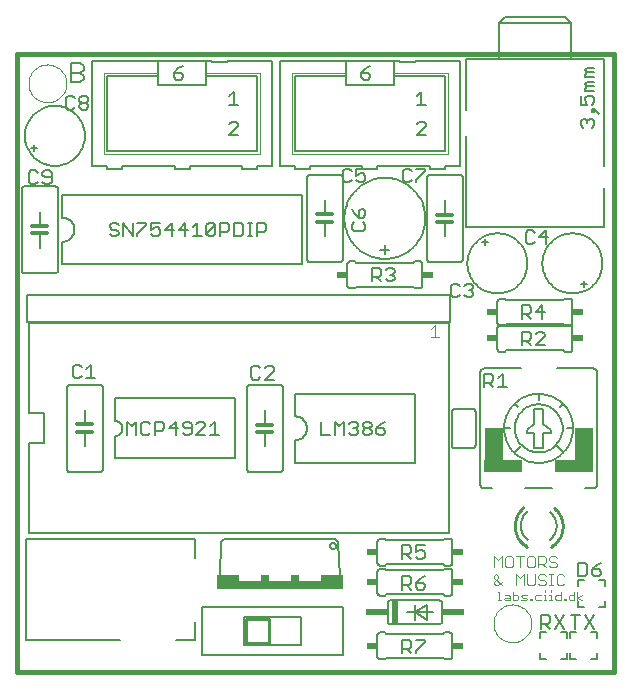
<source format=gto>
G75*
G70*
%OFA0B0*%
%FSLAX24Y24*%
%IPPOS*%
%LPD*%
%AMOC8*
5,1,8,0,0,1.08239X$1,22.5*
%
%ADD10C,0.0160*%
%ADD11C,0.0000*%
%ADD12C,0.0060*%
%ADD13C,0.0030*%
%ADD14R,0.0340X0.0240*%
%ADD15C,0.0050*%
%ADD16C,0.0120*%
%ADD17R,0.1250X0.0400*%
%ADD18R,0.0600X0.1050*%
%ADD19C,0.0080*%
%ADD20C,0.0100*%
%ADD21R,0.4200X0.0300*%
%ADD22R,0.0750X0.0200*%
%ADD23R,0.0300X0.0200*%
%ADD24C,0.0020*%
%ADD25R,0.0200X0.0800*%
D10*
X000970Y000595D02*
X000970Y021216D01*
X020840Y021216D01*
X020840Y000595D01*
X000970Y000595D01*
D11*
X016840Y002220D02*
X016842Y002270D01*
X016848Y002320D01*
X016858Y002369D01*
X016872Y002417D01*
X016889Y002464D01*
X016910Y002509D01*
X016935Y002553D01*
X016963Y002594D01*
X016995Y002633D01*
X017029Y002670D01*
X017066Y002704D01*
X017106Y002734D01*
X017148Y002761D01*
X017192Y002785D01*
X017238Y002806D01*
X017285Y002822D01*
X017333Y002835D01*
X017383Y002844D01*
X017432Y002849D01*
X017483Y002850D01*
X017533Y002847D01*
X017582Y002840D01*
X017631Y002829D01*
X017679Y002814D01*
X017725Y002796D01*
X017770Y002774D01*
X017813Y002748D01*
X017854Y002719D01*
X017893Y002687D01*
X017929Y002652D01*
X017961Y002614D01*
X017991Y002574D01*
X018018Y002531D01*
X018041Y002487D01*
X018060Y002441D01*
X018076Y002393D01*
X018088Y002344D01*
X018096Y002295D01*
X018100Y002245D01*
X018100Y002195D01*
X018096Y002145D01*
X018088Y002096D01*
X018076Y002047D01*
X018060Y001999D01*
X018041Y001953D01*
X018018Y001909D01*
X017991Y001866D01*
X017961Y001826D01*
X017929Y001788D01*
X017893Y001753D01*
X017854Y001721D01*
X017813Y001692D01*
X017770Y001666D01*
X017725Y001644D01*
X017679Y001626D01*
X017631Y001611D01*
X017582Y001600D01*
X017533Y001593D01*
X017483Y001590D01*
X017432Y001591D01*
X017383Y001596D01*
X017333Y001605D01*
X017285Y001618D01*
X017238Y001634D01*
X017192Y001655D01*
X017148Y001679D01*
X017106Y001706D01*
X017066Y001736D01*
X017029Y001770D01*
X016995Y001807D01*
X016963Y001846D01*
X016935Y001887D01*
X016910Y001931D01*
X016889Y001976D01*
X016872Y002023D01*
X016858Y002071D01*
X016848Y002120D01*
X016842Y002170D01*
X016840Y002220D01*
X001340Y020220D02*
X001342Y020270D01*
X001348Y020320D01*
X001358Y020369D01*
X001372Y020417D01*
X001389Y020464D01*
X001410Y020509D01*
X001435Y020553D01*
X001463Y020594D01*
X001495Y020633D01*
X001529Y020670D01*
X001566Y020704D01*
X001606Y020734D01*
X001648Y020761D01*
X001692Y020785D01*
X001738Y020806D01*
X001785Y020822D01*
X001833Y020835D01*
X001883Y020844D01*
X001932Y020849D01*
X001983Y020850D01*
X002033Y020847D01*
X002082Y020840D01*
X002131Y020829D01*
X002179Y020814D01*
X002225Y020796D01*
X002270Y020774D01*
X002313Y020748D01*
X002354Y020719D01*
X002393Y020687D01*
X002429Y020652D01*
X002461Y020614D01*
X002491Y020574D01*
X002518Y020531D01*
X002541Y020487D01*
X002560Y020441D01*
X002576Y020393D01*
X002588Y020344D01*
X002596Y020295D01*
X002600Y020245D01*
X002600Y020195D01*
X002596Y020145D01*
X002588Y020096D01*
X002576Y020047D01*
X002560Y019999D01*
X002541Y019953D01*
X002518Y019909D01*
X002491Y019866D01*
X002461Y019826D01*
X002429Y019788D01*
X002393Y019753D01*
X002354Y019721D01*
X002313Y019692D01*
X002270Y019666D01*
X002225Y019644D01*
X002179Y019626D01*
X002131Y019611D01*
X002082Y019600D01*
X002033Y019593D01*
X001983Y019590D01*
X001932Y019591D01*
X001883Y019596D01*
X001833Y019605D01*
X001785Y019618D01*
X001738Y019634D01*
X001692Y019655D01*
X001648Y019679D01*
X001606Y019706D01*
X001566Y019736D01*
X001529Y019770D01*
X001495Y019807D01*
X001463Y019846D01*
X001435Y019887D01*
X001410Y019931D01*
X001389Y019976D01*
X001372Y020023D01*
X001358Y020071D01*
X001348Y020120D01*
X001342Y020170D01*
X001340Y020220D01*
D12*
X002750Y020250D02*
X003070Y020250D01*
X003177Y020357D01*
X003177Y020464D01*
X003070Y020570D01*
X002750Y020570D01*
X002750Y020250D02*
X002750Y020891D01*
X003070Y020891D01*
X003177Y020784D01*
X003177Y020677D01*
X003070Y020570D01*
X003470Y020970D02*
X005670Y020970D01*
X005670Y020570D01*
X005670Y020470D01*
X003970Y020470D01*
X003970Y017970D01*
X008970Y017970D01*
X008970Y020470D01*
X007270Y020470D01*
X007270Y020570D01*
X007270Y020970D01*
X007470Y020970D01*
X007470Y020920D01*
X007970Y020920D01*
X007970Y020970D01*
X009470Y020970D01*
X009470Y017470D01*
X008970Y017470D01*
X008970Y017370D01*
X008470Y017370D01*
X008470Y017470D01*
X006720Y017470D01*
X006720Y017370D01*
X006220Y017370D01*
X006220Y017470D01*
X004470Y017470D01*
X004470Y017370D01*
X003970Y017370D01*
X003970Y017470D01*
X003470Y017470D01*
X003470Y020970D01*
X005670Y020970D02*
X007270Y020970D01*
X007270Y020470D02*
X007270Y020170D01*
X005670Y020170D01*
X005670Y020470D01*
X001220Y018470D02*
X001222Y018533D01*
X001228Y018595D01*
X001238Y018657D01*
X001251Y018719D01*
X001269Y018779D01*
X001290Y018838D01*
X001315Y018896D01*
X001344Y018952D01*
X001376Y019006D01*
X001411Y019058D01*
X001449Y019107D01*
X001491Y019155D01*
X001535Y019199D01*
X001583Y019241D01*
X001632Y019279D01*
X001684Y019314D01*
X001738Y019346D01*
X001794Y019375D01*
X001852Y019400D01*
X001911Y019421D01*
X001971Y019439D01*
X002033Y019452D01*
X002095Y019462D01*
X002157Y019468D01*
X002220Y019470D01*
X002283Y019468D01*
X002345Y019462D01*
X002407Y019452D01*
X002469Y019439D01*
X002529Y019421D01*
X002588Y019400D01*
X002646Y019375D01*
X002702Y019346D01*
X002756Y019314D01*
X002808Y019279D01*
X002857Y019241D01*
X002905Y019199D01*
X002949Y019155D01*
X002991Y019107D01*
X003029Y019058D01*
X003064Y019006D01*
X003096Y018952D01*
X003125Y018896D01*
X003150Y018838D01*
X003171Y018779D01*
X003189Y018719D01*
X003202Y018657D01*
X003212Y018595D01*
X003218Y018533D01*
X003220Y018470D01*
X003218Y018407D01*
X003212Y018345D01*
X003202Y018283D01*
X003189Y018221D01*
X003171Y018161D01*
X003150Y018102D01*
X003125Y018044D01*
X003096Y017988D01*
X003064Y017934D01*
X003029Y017882D01*
X002991Y017833D01*
X002949Y017785D01*
X002905Y017741D01*
X002857Y017699D01*
X002808Y017661D01*
X002756Y017626D01*
X002702Y017594D01*
X002646Y017565D01*
X002588Y017540D01*
X002529Y017519D01*
X002469Y017501D01*
X002407Y017488D01*
X002345Y017478D01*
X002283Y017472D01*
X002220Y017470D01*
X002157Y017472D01*
X002095Y017478D01*
X002033Y017488D01*
X001971Y017501D01*
X001911Y017519D01*
X001852Y017540D01*
X001794Y017565D01*
X001738Y017594D01*
X001684Y017626D01*
X001632Y017661D01*
X001583Y017699D01*
X001535Y017741D01*
X001491Y017785D01*
X001449Y017833D01*
X001411Y017882D01*
X001376Y017934D01*
X001344Y017988D01*
X001315Y018044D01*
X001290Y018102D01*
X001269Y018161D01*
X001251Y018221D01*
X001238Y018283D01*
X001228Y018345D01*
X001222Y018407D01*
X001220Y018470D01*
X001420Y018070D02*
X001620Y018070D01*
X001520Y017970D02*
X001520Y018170D01*
X001220Y016795D02*
X002220Y016795D01*
X002237Y016793D01*
X002254Y016789D01*
X002270Y016782D01*
X002284Y016772D01*
X002297Y016759D01*
X002307Y016745D01*
X002314Y016729D01*
X002318Y016712D01*
X002320Y016695D01*
X002320Y013995D01*
X002318Y013978D01*
X002314Y013961D01*
X002307Y013945D01*
X002297Y013931D01*
X002284Y013918D01*
X002270Y013908D01*
X002254Y013901D01*
X002237Y013897D01*
X002220Y013895D01*
X001220Y013895D01*
X001203Y013897D01*
X001186Y013901D01*
X001170Y013908D01*
X001156Y013918D01*
X001143Y013931D01*
X001133Y013945D01*
X001126Y013961D01*
X001122Y013978D01*
X001120Y013995D01*
X001120Y016695D01*
X001122Y016712D01*
X001126Y016729D01*
X001133Y016745D01*
X001143Y016759D01*
X001156Y016772D01*
X001170Y016782D01*
X001186Y016789D01*
X001203Y016793D01*
X001220Y016795D01*
X001720Y015945D02*
X001720Y015475D01*
X001720Y015225D02*
X001720Y014745D01*
X002470Y014945D02*
X002470Y014195D01*
X010470Y014195D01*
X010470Y016495D01*
X002470Y016495D01*
X002470Y015745D01*
X002509Y015743D01*
X002548Y015737D01*
X002586Y015728D01*
X002623Y015715D01*
X002659Y015698D01*
X002692Y015678D01*
X002724Y015654D01*
X002753Y015628D01*
X002779Y015599D01*
X002803Y015567D01*
X002823Y015534D01*
X002840Y015498D01*
X002853Y015461D01*
X002862Y015423D01*
X002868Y015384D01*
X002870Y015345D01*
X002868Y015306D01*
X002862Y015267D01*
X002853Y015229D01*
X002840Y015192D01*
X002823Y015156D01*
X002803Y015123D01*
X002779Y015091D01*
X002753Y015062D01*
X002724Y015036D01*
X002692Y015012D01*
X002659Y014992D01*
X002623Y014975D01*
X002586Y014962D01*
X002548Y014953D01*
X002509Y014947D01*
X002470Y014945D01*
X002720Y010170D02*
X003720Y010170D01*
X003737Y010168D01*
X003754Y010164D01*
X003770Y010157D01*
X003784Y010147D01*
X003797Y010134D01*
X003807Y010120D01*
X003814Y010104D01*
X003818Y010087D01*
X003820Y010070D01*
X003820Y007370D01*
X003818Y007353D01*
X003814Y007336D01*
X003807Y007320D01*
X003797Y007306D01*
X003784Y007293D01*
X003770Y007283D01*
X003754Y007276D01*
X003737Y007272D01*
X003720Y007270D01*
X002720Y007270D01*
X002703Y007272D01*
X002686Y007276D01*
X002670Y007283D01*
X002656Y007293D01*
X002643Y007306D01*
X002633Y007320D01*
X002626Y007336D01*
X002622Y007353D01*
X002620Y007370D01*
X002620Y010070D01*
X002622Y010087D01*
X002626Y010104D01*
X002633Y010120D01*
X002643Y010134D01*
X002656Y010147D01*
X002670Y010157D01*
X002686Y010164D01*
X002703Y010168D01*
X002720Y010170D01*
X003220Y009320D02*
X003220Y008850D01*
X003220Y008600D02*
X003220Y008120D01*
X004220Y008470D02*
X004220Y007720D01*
X008220Y007720D01*
X008220Y009720D01*
X004220Y009720D01*
X004220Y008970D01*
X004250Y008968D01*
X004280Y008963D01*
X004309Y008954D01*
X004336Y008941D01*
X004362Y008926D01*
X004386Y008907D01*
X004407Y008886D01*
X004426Y008862D01*
X004441Y008836D01*
X004454Y008809D01*
X004463Y008780D01*
X004468Y008750D01*
X004470Y008720D01*
X004468Y008690D01*
X004463Y008660D01*
X004454Y008631D01*
X004441Y008604D01*
X004426Y008578D01*
X004407Y008554D01*
X004386Y008533D01*
X004362Y008514D01*
X004336Y008499D01*
X004309Y008486D01*
X004280Y008477D01*
X004250Y008472D01*
X004220Y008470D01*
X008620Y007370D02*
X008620Y010070D01*
X008622Y010087D01*
X008626Y010104D01*
X008633Y010120D01*
X008643Y010134D01*
X008656Y010147D01*
X008670Y010157D01*
X008686Y010164D01*
X008703Y010168D01*
X008720Y010170D01*
X009720Y010170D01*
X009737Y010168D01*
X009754Y010164D01*
X009770Y010157D01*
X009784Y010147D01*
X009797Y010134D01*
X009807Y010120D01*
X009814Y010104D01*
X009818Y010087D01*
X009820Y010070D01*
X009820Y007370D01*
X009818Y007353D01*
X009814Y007336D01*
X009807Y007320D01*
X009797Y007306D01*
X009784Y007293D01*
X009770Y007283D01*
X009754Y007276D01*
X009737Y007272D01*
X009720Y007270D01*
X008720Y007270D01*
X008703Y007272D01*
X008686Y007276D01*
X008670Y007283D01*
X008656Y007293D01*
X008643Y007306D01*
X008633Y007320D01*
X008626Y007336D01*
X008622Y007353D01*
X008620Y007370D01*
X009220Y008120D02*
X009220Y008590D01*
X009220Y008840D02*
X009220Y009320D01*
X010220Y009120D02*
X010220Y009870D01*
X014220Y009870D01*
X014220Y007570D01*
X010220Y007570D01*
X010220Y008320D01*
X010259Y008322D01*
X010298Y008328D01*
X010336Y008337D01*
X010373Y008350D01*
X010409Y008367D01*
X010442Y008387D01*
X010474Y008411D01*
X010503Y008437D01*
X010529Y008466D01*
X010553Y008498D01*
X010573Y008531D01*
X010590Y008567D01*
X010603Y008604D01*
X010612Y008642D01*
X010618Y008681D01*
X010620Y008720D01*
X010618Y008759D01*
X010612Y008798D01*
X010603Y008836D01*
X010590Y008873D01*
X010573Y008909D01*
X010553Y008942D01*
X010529Y008974D01*
X010503Y009003D01*
X010474Y009029D01*
X010442Y009053D01*
X010409Y009073D01*
X010373Y009090D01*
X010336Y009103D01*
X010298Y009112D01*
X010259Y009118D01*
X010220Y009120D01*
X013070Y005045D02*
X013220Y005045D01*
X013270Y004995D01*
X015170Y004995D01*
X015220Y005045D01*
X015370Y005045D01*
X015387Y005043D01*
X015404Y005039D01*
X015420Y005032D01*
X015434Y005022D01*
X015447Y005009D01*
X015457Y004995D01*
X015464Y004979D01*
X015468Y004962D01*
X015470Y004945D01*
X015470Y004245D01*
X015468Y004228D01*
X015464Y004211D01*
X015457Y004195D01*
X015447Y004181D01*
X015434Y004168D01*
X015420Y004158D01*
X015404Y004151D01*
X015387Y004147D01*
X015370Y004145D01*
X015220Y004145D01*
X015170Y004195D01*
X013270Y004195D01*
X013220Y004145D01*
X013070Y004145D01*
X013053Y004147D01*
X013036Y004151D01*
X013020Y004158D01*
X013006Y004168D01*
X012993Y004181D01*
X012983Y004195D01*
X012976Y004211D01*
X012972Y004228D01*
X012970Y004245D01*
X012970Y004945D01*
X012972Y004962D01*
X012976Y004979D01*
X012983Y004995D01*
X012993Y005009D01*
X013006Y005022D01*
X013020Y005032D01*
X013036Y005039D01*
X013053Y005043D01*
X013070Y005045D01*
X013070Y004045D02*
X013220Y004045D01*
X013270Y003995D01*
X015170Y003995D01*
X015220Y004045D01*
X015370Y004045D01*
X015387Y004043D01*
X015404Y004039D01*
X015420Y004032D01*
X015434Y004022D01*
X015447Y004009D01*
X015457Y003995D01*
X015464Y003979D01*
X015468Y003962D01*
X015470Y003945D01*
X015470Y003245D01*
X015468Y003228D01*
X015464Y003211D01*
X015457Y003195D01*
X015447Y003181D01*
X015434Y003168D01*
X015420Y003158D01*
X015404Y003151D01*
X015387Y003147D01*
X015370Y003145D01*
X015220Y003145D01*
X015170Y003195D01*
X013270Y003195D01*
X013220Y003145D01*
X013070Y003145D01*
X013053Y003147D01*
X013036Y003151D01*
X013020Y003158D01*
X013006Y003168D01*
X012993Y003181D01*
X012983Y003195D01*
X012976Y003211D01*
X012972Y003228D01*
X012970Y003245D01*
X012970Y003945D01*
X012972Y003962D01*
X012976Y003979D01*
X012983Y003995D01*
X012993Y004009D01*
X013006Y004022D01*
X013020Y004032D01*
X013036Y004039D01*
X013053Y004043D01*
X013070Y004045D01*
X013420Y002995D02*
X015020Y002995D01*
X015037Y002993D01*
X015054Y002989D01*
X015070Y002982D01*
X015084Y002972D01*
X015097Y002959D01*
X015107Y002945D01*
X015114Y002929D01*
X015118Y002912D01*
X015120Y002895D01*
X015120Y002295D01*
X015118Y002278D01*
X015114Y002261D01*
X015107Y002245D01*
X015097Y002231D01*
X015084Y002218D01*
X015070Y002208D01*
X015054Y002201D01*
X015037Y002197D01*
X015020Y002195D01*
X013420Y002195D01*
X013403Y002197D01*
X013386Y002201D01*
X013370Y002208D01*
X013356Y002218D01*
X013343Y002231D01*
X013333Y002245D01*
X013326Y002261D01*
X013322Y002278D01*
X013320Y002295D01*
X013320Y002895D01*
X013322Y002912D01*
X013326Y002929D01*
X013333Y002945D01*
X013343Y002959D01*
X013356Y002972D01*
X013370Y002982D01*
X013386Y002989D01*
X013403Y002993D01*
X013420Y002995D01*
X013970Y002595D02*
X014220Y002595D01*
X014220Y002345D01*
X014220Y002595D02*
X014220Y002845D01*
X014220Y002595D02*
X014620Y002845D01*
X014620Y002345D01*
X014220Y002595D01*
X014820Y002595D01*
X015220Y001920D02*
X015370Y001920D01*
X015387Y001918D01*
X015404Y001914D01*
X015420Y001907D01*
X015434Y001897D01*
X015447Y001884D01*
X015457Y001870D01*
X015464Y001854D01*
X015468Y001837D01*
X015470Y001820D01*
X015470Y001120D01*
X015468Y001103D01*
X015464Y001086D01*
X015457Y001070D01*
X015447Y001056D01*
X015434Y001043D01*
X015420Y001033D01*
X015404Y001026D01*
X015387Y001022D01*
X015370Y001020D01*
X015220Y001020D01*
X015170Y001070D01*
X013270Y001070D01*
X013220Y001020D01*
X013070Y001020D01*
X013053Y001022D01*
X013036Y001026D01*
X013020Y001033D01*
X013006Y001043D01*
X012993Y001056D01*
X012983Y001070D01*
X012976Y001086D01*
X012972Y001103D01*
X012970Y001120D01*
X012970Y001820D01*
X012972Y001837D01*
X012976Y001854D01*
X012983Y001870D01*
X012993Y001884D01*
X013006Y001897D01*
X013020Y001907D01*
X013036Y001914D01*
X013053Y001918D01*
X013070Y001920D01*
X013220Y001920D01*
X013270Y001870D01*
X015170Y001870D01*
X015220Y001920D01*
X018395Y001920D02*
X018395Y001720D01*
X018395Y001920D02*
X018595Y001920D01*
X019095Y001920D02*
X019295Y001920D01*
X019295Y001720D01*
X019395Y001720D02*
X019395Y001920D01*
X019595Y001920D01*
X020095Y001920D02*
X020295Y001920D01*
X020295Y001720D01*
X020295Y001220D02*
X020295Y001020D01*
X020095Y001020D01*
X019595Y001020D02*
X019395Y001020D01*
X019395Y001220D01*
X019295Y001220D02*
X019295Y001020D01*
X019095Y001020D01*
X018595Y001020D02*
X018395Y001020D01*
X018395Y001220D01*
X019645Y002770D02*
X019845Y002770D01*
X019645Y002770D02*
X019645Y002970D01*
X019645Y003470D02*
X019645Y003670D01*
X019845Y003670D01*
X020345Y003670D02*
X020545Y003670D01*
X020545Y003470D01*
X020545Y002970D02*
X020545Y002770D01*
X020345Y002770D01*
X017745Y005470D02*
X017747Y005517D01*
X017753Y005565D01*
X017762Y005611D01*
X017775Y005657D01*
X017791Y005701D01*
X017812Y005745D01*
X017835Y005786D01*
X017861Y005825D01*
X017891Y005862D01*
X017924Y005897D01*
X017959Y005929D01*
X017996Y005958D01*
X018945Y005470D02*
X018943Y005425D01*
X018938Y005379D01*
X018930Y005335D01*
X018918Y005291D01*
X018902Y005248D01*
X018884Y005206D01*
X018862Y005166D01*
X018838Y005128D01*
X018811Y005092D01*
X018781Y005057D01*
X018748Y005026D01*
X018713Y004996D01*
X018945Y005470D02*
X018943Y005515D01*
X018938Y005561D01*
X018930Y005605D01*
X018918Y005649D01*
X018902Y005692D01*
X018884Y005734D01*
X018862Y005774D01*
X018838Y005812D01*
X018811Y005848D01*
X018781Y005883D01*
X018748Y005914D01*
X018713Y005944D01*
X017745Y005470D02*
X017747Y005424D01*
X017752Y005378D01*
X017761Y005332D01*
X017773Y005287D01*
X017789Y005244D01*
X017808Y005202D01*
X017831Y005161D01*
X017856Y005122D01*
X017884Y005086D01*
X017915Y005051D01*
X017949Y005019D01*
X017985Y004990D01*
X017895Y006720D02*
X018795Y006720D01*
X019895Y006720D02*
X020145Y006720D01*
X020168Y006722D01*
X020191Y006727D01*
X020213Y006736D01*
X020233Y006749D01*
X020251Y006764D01*
X020266Y006782D01*
X020279Y006802D01*
X020288Y006824D01*
X020293Y006847D01*
X020295Y006870D01*
X020295Y010570D01*
X020293Y010593D01*
X020288Y010616D01*
X020279Y010638D01*
X020266Y010658D01*
X020251Y010676D01*
X020233Y010691D01*
X020213Y010704D01*
X020191Y010713D01*
X020168Y010718D01*
X020145Y010720D01*
X018945Y010720D01*
X019220Y011270D02*
X019170Y011320D01*
X017270Y011320D01*
X017220Y011270D01*
X017070Y011270D01*
X017053Y011272D01*
X017036Y011276D01*
X017020Y011283D01*
X017006Y011293D01*
X016993Y011306D01*
X016983Y011320D01*
X016976Y011336D01*
X016972Y011353D01*
X016970Y011370D01*
X016970Y012070D01*
X016972Y012087D01*
X016976Y012104D01*
X016983Y012120D01*
X016993Y012134D01*
X017006Y012147D01*
X017020Y012157D01*
X017036Y012164D01*
X017053Y012168D01*
X017070Y012170D01*
X017220Y012170D01*
X017270Y012120D01*
X019170Y012120D01*
X019220Y012170D01*
X019370Y012170D01*
X019370Y012145D02*
X019220Y012145D01*
X019170Y012195D01*
X017270Y012195D01*
X017220Y012145D01*
X017070Y012145D01*
X017053Y012147D01*
X017036Y012151D01*
X017020Y012158D01*
X017006Y012168D01*
X016993Y012181D01*
X016983Y012195D01*
X016976Y012211D01*
X016972Y012228D01*
X016970Y012245D01*
X016970Y012945D01*
X016972Y012962D01*
X016976Y012979D01*
X016983Y012995D01*
X016993Y013009D01*
X017006Y013022D01*
X017020Y013032D01*
X017036Y013039D01*
X017053Y013043D01*
X017070Y013045D01*
X017220Y013045D01*
X017270Y012995D01*
X019170Y012995D01*
X019220Y013045D01*
X019370Y013045D01*
X019387Y013043D01*
X019404Y013039D01*
X019420Y013032D01*
X019434Y013022D01*
X019447Y013009D01*
X019457Y012995D01*
X019464Y012979D01*
X019468Y012962D01*
X019470Y012945D01*
X019470Y012245D01*
X019468Y012228D01*
X019464Y012211D01*
X019457Y012195D01*
X019447Y012181D01*
X019434Y012168D01*
X019420Y012158D01*
X019404Y012151D01*
X019387Y012147D01*
X019370Y012145D01*
X019370Y012170D02*
X019387Y012168D01*
X019404Y012164D01*
X019420Y012157D01*
X019434Y012147D01*
X019447Y012134D01*
X019457Y012120D01*
X019464Y012104D01*
X019468Y012087D01*
X019470Y012070D01*
X019470Y011370D01*
X019468Y011353D01*
X019464Y011336D01*
X019457Y011320D01*
X019447Y011306D01*
X019434Y011293D01*
X019420Y011283D01*
X019404Y011276D01*
X019387Y011272D01*
X019370Y011270D01*
X019220Y011270D01*
X018345Y009870D02*
X018345Y009670D01*
X018195Y009370D02*
X018495Y009370D01*
X018495Y008870D01*
X018745Y008670D01*
X018745Y008570D01*
X018495Y008570D01*
X018495Y008070D01*
X018195Y008070D01*
X018195Y008570D01*
X017945Y008570D01*
X017945Y008670D01*
X018195Y008870D01*
X018195Y009370D01*
X017645Y009420D02*
X017545Y009520D01*
X017395Y008720D02*
X017195Y008720D01*
X017745Y008120D02*
X017545Y007920D01*
X017195Y008720D02*
X017197Y008787D01*
X017203Y008855D01*
X017213Y008922D01*
X017227Y008988D01*
X017244Y009053D01*
X017266Y009117D01*
X017291Y009180D01*
X017320Y009241D01*
X017352Y009300D01*
X017388Y009357D01*
X017427Y009412D01*
X017469Y009465D01*
X017514Y009515D01*
X017562Y009562D01*
X017613Y009607D01*
X017666Y009648D01*
X017722Y009687D01*
X017780Y009722D01*
X017840Y009753D01*
X017901Y009781D01*
X017964Y009805D01*
X018028Y009826D01*
X018094Y009842D01*
X018160Y009855D01*
X018227Y009864D01*
X018294Y009869D01*
X018362Y009870D01*
X018429Y009867D01*
X018496Y009860D01*
X018563Y009849D01*
X018629Y009834D01*
X018694Y009816D01*
X018758Y009793D01*
X018820Y009767D01*
X018881Y009738D01*
X018939Y009704D01*
X018996Y009668D01*
X019051Y009628D01*
X019103Y009585D01*
X019152Y009539D01*
X019199Y009490D01*
X019243Y009439D01*
X019283Y009385D01*
X019321Y009329D01*
X019355Y009270D01*
X019385Y009210D01*
X019412Y009148D01*
X019436Y009085D01*
X019455Y009020D01*
X019471Y008955D01*
X019483Y008888D01*
X019491Y008821D01*
X019495Y008754D01*
X019495Y008686D01*
X019491Y008619D01*
X019483Y008552D01*
X019471Y008485D01*
X019455Y008420D01*
X019436Y008355D01*
X019412Y008292D01*
X019385Y008230D01*
X019355Y008170D01*
X019321Y008111D01*
X019283Y008055D01*
X019243Y008001D01*
X019199Y007950D01*
X019152Y007901D01*
X019103Y007855D01*
X019051Y007812D01*
X018996Y007772D01*
X018939Y007736D01*
X018881Y007702D01*
X018820Y007673D01*
X018758Y007647D01*
X018694Y007624D01*
X018629Y007606D01*
X018563Y007591D01*
X018496Y007580D01*
X018429Y007573D01*
X018362Y007570D01*
X018294Y007571D01*
X018227Y007576D01*
X018160Y007585D01*
X018094Y007598D01*
X018028Y007614D01*
X017964Y007635D01*
X017901Y007659D01*
X017840Y007687D01*
X017780Y007718D01*
X017722Y007753D01*
X017666Y007792D01*
X017613Y007833D01*
X017562Y007878D01*
X017514Y007925D01*
X017469Y007975D01*
X017427Y008028D01*
X017388Y008083D01*
X017352Y008140D01*
X017320Y008199D01*
X017291Y008260D01*
X017266Y008323D01*
X017244Y008387D01*
X017227Y008452D01*
X017213Y008518D01*
X017203Y008585D01*
X017197Y008653D01*
X017195Y008720D01*
X016245Y009270D02*
X016245Y008170D01*
X016243Y008153D01*
X016239Y008136D01*
X016232Y008120D01*
X016222Y008106D01*
X016209Y008093D01*
X016195Y008083D01*
X016179Y008076D01*
X016162Y008072D01*
X016145Y008070D01*
X015545Y008070D01*
X015528Y008072D01*
X015511Y008076D01*
X015495Y008083D01*
X015481Y008093D01*
X015468Y008106D01*
X015458Y008120D01*
X015451Y008136D01*
X015447Y008153D01*
X015445Y008170D01*
X015445Y009270D01*
X015447Y009287D01*
X015451Y009304D01*
X015458Y009320D01*
X015468Y009334D01*
X015481Y009347D01*
X015495Y009357D01*
X015511Y009364D01*
X015528Y009368D01*
X015545Y009370D01*
X016145Y009370D01*
X016162Y009368D01*
X016179Y009364D01*
X016195Y009357D01*
X016209Y009347D01*
X016222Y009334D01*
X016232Y009320D01*
X016239Y009304D01*
X016243Y009287D01*
X016245Y009270D01*
X016395Y010570D02*
X016395Y006870D01*
X016397Y006847D01*
X016402Y006824D01*
X016411Y006802D01*
X016424Y006782D01*
X016439Y006764D01*
X016457Y006749D01*
X016477Y006736D01*
X016499Y006727D01*
X016522Y006722D01*
X016545Y006720D01*
X016795Y006720D01*
X017545Y008720D02*
X017547Y008776D01*
X017553Y008833D01*
X017563Y008888D01*
X017577Y008943D01*
X017594Y008997D01*
X017616Y009049D01*
X017641Y009099D01*
X017669Y009148D01*
X017701Y009195D01*
X017736Y009239D01*
X017774Y009281D01*
X017815Y009320D01*
X017859Y009355D01*
X017905Y009388D01*
X017953Y009417D01*
X018003Y009443D01*
X018055Y009466D01*
X018109Y009484D01*
X018163Y009499D01*
X018218Y009510D01*
X018274Y009517D01*
X018331Y009520D01*
X018387Y009519D01*
X018444Y009514D01*
X018499Y009505D01*
X018554Y009492D01*
X018608Y009475D01*
X018661Y009455D01*
X018712Y009431D01*
X018761Y009403D01*
X018808Y009372D01*
X018853Y009338D01*
X018896Y009300D01*
X018935Y009260D01*
X018972Y009217D01*
X019005Y009172D01*
X019035Y009124D01*
X019062Y009074D01*
X019085Y009023D01*
X019105Y008970D01*
X019121Y008916D01*
X019133Y008860D01*
X019141Y008805D01*
X019145Y008748D01*
X019145Y008692D01*
X019141Y008635D01*
X019133Y008580D01*
X019121Y008524D01*
X019105Y008470D01*
X019085Y008417D01*
X019062Y008366D01*
X019035Y008316D01*
X019005Y008268D01*
X018972Y008223D01*
X018935Y008180D01*
X018896Y008140D01*
X018853Y008102D01*
X018808Y008068D01*
X018761Y008037D01*
X018712Y008009D01*
X018661Y007985D01*
X018608Y007965D01*
X018554Y007948D01*
X018499Y007935D01*
X018444Y007926D01*
X018387Y007921D01*
X018331Y007920D01*
X018274Y007923D01*
X018218Y007930D01*
X018163Y007941D01*
X018109Y007956D01*
X018055Y007974D01*
X018003Y007997D01*
X017953Y008023D01*
X017905Y008052D01*
X017859Y008085D01*
X017815Y008120D01*
X017774Y008159D01*
X017736Y008201D01*
X017701Y008245D01*
X017669Y008292D01*
X017641Y008341D01*
X017616Y008391D01*
X017594Y008443D01*
X017577Y008497D01*
X017563Y008552D01*
X017553Y008607D01*
X017547Y008664D01*
X017545Y008720D01*
X018945Y008120D02*
X019145Y007920D01*
X019295Y008720D02*
X019495Y008720D01*
X019045Y009420D02*
X019145Y009520D01*
X017745Y010720D02*
X016545Y010720D01*
X016522Y010718D01*
X016499Y010713D01*
X016477Y010704D01*
X016457Y010691D01*
X016439Y010676D01*
X016424Y010658D01*
X016411Y010638D01*
X016402Y010616D01*
X016397Y010593D01*
X016395Y010570D01*
X014370Y013395D02*
X014220Y013395D01*
X014170Y013445D01*
X012270Y013445D01*
X012220Y013395D01*
X012070Y013395D01*
X012053Y013397D01*
X012036Y013401D01*
X012020Y013408D01*
X012006Y013418D01*
X011993Y013431D01*
X011983Y013445D01*
X011976Y013461D01*
X011972Y013478D01*
X011970Y013495D01*
X011970Y014195D01*
X011972Y014212D01*
X011976Y014229D01*
X011983Y014245D01*
X011993Y014259D01*
X012006Y014272D01*
X012020Y014282D01*
X012036Y014289D01*
X012053Y014293D01*
X012070Y014295D01*
X012220Y014295D01*
X012270Y014245D01*
X014170Y014245D01*
X014220Y014295D01*
X014370Y014295D01*
X014387Y014293D01*
X014404Y014289D01*
X014420Y014282D01*
X014434Y014272D01*
X014447Y014259D01*
X014457Y014245D01*
X014464Y014229D01*
X014468Y014212D01*
X014470Y014195D01*
X014470Y013495D01*
X014468Y013478D01*
X014464Y013461D01*
X014457Y013445D01*
X014447Y013431D01*
X014434Y013418D01*
X014420Y013408D01*
X014404Y013401D01*
X014387Y013397D01*
X014370Y013395D01*
X014720Y014270D02*
X015720Y014270D01*
X015737Y014272D01*
X015754Y014276D01*
X015770Y014283D01*
X015784Y014293D01*
X015797Y014306D01*
X015807Y014320D01*
X015814Y014336D01*
X015818Y014353D01*
X015820Y014370D01*
X015820Y017070D01*
X015818Y017087D01*
X015814Y017104D01*
X015807Y017120D01*
X015797Y017134D01*
X015784Y017147D01*
X015770Y017157D01*
X015754Y017164D01*
X015737Y017168D01*
X015720Y017170D01*
X014720Y017170D01*
X014703Y017168D01*
X014686Y017164D01*
X014670Y017157D01*
X014656Y017147D01*
X014643Y017134D01*
X014633Y017120D01*
X014626Y017104D01*
X014622Y017087D01*
X014620Y017070D01*
X014620Y014370D01*
X014622Y014353D01*
X014626Y014336D01*
X014633Y014320D01*
X014643Y014306D01*
X014656Y014293D01*
X014670Y014283D01*
X014686Y014276D01*
X014703Y014272D01*
X014720Y014270D01*
X015220Y015120D02*
X015220Y015590D01*
X015220Y015840D02*
X015220Y016320D01*
X015920Y015420D02*
X015920Y018470D01*
X015920Y019320D02*
X015920Y021020D01*
X017020Y021020D01*
X019420Y021020D01*
X020520Y021020D01*
X020520Y017470D01*
X020520Y016720D02*
X020520Y015420D01*
X015920Y015420D01*
X016470Y014920D02*
X016670Y014920D01*
X016570Y014820D02*
X016570Y015020D01*
X015970Y014220D02*
X015972Y014283D01*
X015978Y014345D01*
X015988Y014407D01*
X016001Y014469D01*
X016019Y014529D01*
X016040Y014588D01*
X016065Y014646D01*
X016094Y014702D01*
X016126Y014756D01*
X016161Y014808D01*
X016199Y014857D01*
X016241Y014905D01*
X016285Y014949D01*
X016333Y014991D01*
X016382Y015029D01*
X016434Y015064D01*
X016488Y015096D01*
X016544Y015125D01*
X016602Y015150D01*
X016661Y015171D01*
X016721Y015189D01*
X016783Y015202D01*
X016845Y015212D01*
X016907Y015218D01*
X016970Y015220D01*
X017033Y015218D01*
X017095Y015212D01*
X017157Y015202D01*
X017219Y015189D01*
X017279Y015171D01*
X017338Y015150D01*
X017396Y015125D01*
X017452Y015096D01*
X017506Y015064D01*
X017558Y015029D01*
X017607Y014991D01*
X017655Y014949D01*
X017699Y014905D01*
X017741Y014857D01*
X017779Y014808D01*
X017814Y014756D01*
X017846Y014702D01*
X017875Y014646D01*
X017900Y014588D01*
X017921Y014529D01*
X017939Y014469D01*
X017952Y014407D01*
X017962Y014345D01*
X017968Y014283D01*
X017970Y014220D01*
X017968Y014157D01*
X017962Y014095D01*
X017952Y014033D01*
X017939Y013971D01*
X017921Y013911D01*
X017900Y013852D01*
X017875Y013794D01*
X017846Y013738D01*
X017814Y013684D01*
X017779Y013632D01*
X017741Y013583D01*
X017699Y013535D01*
X017655Y013491D01*
X017607Y013449D01*
X017558Y013411D01*
X017506Y013376D01*
X017452Y013344D01*
X017396Y013315D01*
X017338Y013290D01*
X017279Y013269D01*
X017219Y013251D01*
X017157Y013238D01*
X017095Y013228D01*
X017033Y013222D01*
X016970Y013220D01*
X016907Y013222D01*
X016845Y013228D01*
X016783Y013238D01*
X016721Y013251D01*
X016661Y013269D01*
X016602Y013290D01*
X016544Y013315D01*
X016488Y013344D01*
X016434Y013376D01*
X016382Y013411D01*
X016333Y013449D01*
X016285Y013491D01*
X016241Y013535D01*
X016199Y013583D01*
X016161Y013632D01*
X016126Y013684D01*
X016094Y013738D01*
X016065Y013794D01*
X016040Y013852D01*
X016019Y013911D01*
X016001Y013971D01*
X015988Y014033D01*
X015978Y014095D01*
X015972Y014157D01*
X015970Y014220D01*
X013370Y014670D02*
X013070Y014670D01*
X013220Y014520D02*
X013220Y014820D01*
X011870Y015720D02*
X011872Y015793D01*
X011878Y015866D01*
X011888Y015938D01*
X011902Y016010D01*
X011919Y016081D01*
X011941Y016151D01*
X011966Y016220D01*
X011995Y016287D01*
X012027Y016352D01*
X012063Y016416D01*
X012103Y016478D01*
X012145Y016537D01*
X012191Y016594D01*
X012240Y016648D01*
X012292Y016700D01*
X012346Y016749D01*
X012403Y016795D01*
X012462Y016837D01*
X012524Y016877D01*
X012588Y016913D01*
X012653Y016945D01*
X012720Y016974D01*
X012789Y016999D01*
X012859Y017021D01*
X012930Y017038D01*
X013002Y017052D01*
X013074Y017062D01*
X013147Y017068D01*
X013220Y017070D01*
X013293Y017068D01*
X013366Y017062D01*
X013438Y017052D01*
X013510Y017038D01*
X013581Y017021D01*
X013651Y016999D01*
X013720Y016974D01*
X013787Y016945D01*
X013852Y016913D01*
X013916Y016877D01*
X013978Y016837D01*
X014037Y016795D01*
X014094Y016749D01*
X014148Y016700D01*
X014200Y016648D01*
X014249Y016594D01*
X014295Y016537D01*
X014337Y016478D01*
X014377Y016416D01*
X014413Y016352D01*
X014445Y016287D01*
X014474Y016220D01*
X014499Y016151D01*
X014521Y016081D01*
X014538Y016010D01*
X014552Y015938D01*
X014562Y015866D01*
X014568Y015793D01*
X014570Y015720D01*
X014568Y015647D01*
X014562Y015574D01*
X014552Y015502D01*
X014538Y015430D01*
X014521Y015359D01*
X014499Y015289D01*
X014474Y015220D01*
X014445Y015153D01*
X014413Y015088D01*
X014377Y015024D01*
X014337Y014962D01*
X014295Y014903D01*
X014249Y014846D01*
X014200Y014792D01*
X014148Y014740D01*
X014094Y014691D01*
X014037Y014645D01*
X013978Y014603D01*
X013916Y014563D01*
X013852Y014527D01*
X013787Y014495D01*
X013720Y014466D01*
X013651Y014441D01*
X013581Y014419D01*
X013510Y014402D01*
X013438Y014388D01*
X013366Y014378D01*
X013293Y014372D01*
X013220Y014370D01*
X013147Y014372D01*
X013074Y014378D01*
X013002Y014388D01*
X012930Y014402D01*
X012859Y014419D01*
X012789Y014441D01*
X012720Y014466D01*
X012653Y014495D01*
X012588Y014527D01*
X012524Y014563D01*
X012462Y014603D01*
X012403Y014645D01*
X012346Y014691D01*
X012292Y014740D01*
X012240Y014792D01*
X012191Y014846D01*
X012145Y014903D01*
X012103Y014962D01*
X012063Y015024D01*
X012027Y015088D01*
X011995Y015153D01*
X011966Y015220D01*
X011941Y015289D01*
X011919Y015359D01*
X011902Y015430D01*
X011888Y015502D01*
X011878Y015574D01*
X011872Y015647D01*
X011870Y015720D01*
X011220Y015600D02*
X011220Y015120D01*
X011220Y015850D02*
X011220Y016320D01*
X010620Y017070D02*
X010622Y017087D01*
X010626Y017104D01*
X010633Y017120D01*
X010643Y017134D01*
X010656Y017147D01*
X010670Y017157D01*
X010686Y017164D01*
X010703Y017168D01*
X010720Y017170D01*
X011720Y017170D01*
X011737Y017168D01*
X011754Y017164D01*
X011770Y017157D01*
X011784Y017147D01*
X011797Y017134D01*
X011807Y017120D01*
X011814Y017104D01*
X011818Y017087D01*
X011820Y017070D01*
X011820Y014370D01*
X011818Y014353D01*
X011814Y014336D01*
X011807Y014320D01*
X011797Y014306D01*
X011784Y014293D01*
X011770Y014283D01*
X011754Y014276D01*
X011737Y014272D01*
X011720Y014270D01*
X010720Y014270D01*
X010703Y014272D01*
X010686Y014276D01*
X010670Y014283D01*
X010656Y014293D01*
X010643Y014306D01*
X010633Y014320D01*
X010626Y014336D01*
X010622Y014353D01*
X010620Y014370D01*
X010620Y017070D01*
X010720Y017370D02*
X010220Y017370D01*
X010220Y017470D01*
X009720Y017470D01*
X009720Y020970D01*
X011920Y020970D01*
X011920Y020570D01*
X011920Y020470D01*
X010220Y020470D01*
X010220Y017970D01*
X015220Y017970D01*
X015220Y020470D01*
X013520Y020470D01*
X013520Y020570D01*
X013520Y020970D01*
X013720Y020970D01*
X013720Y020920D01*
X014220Y020920D01*
X014220Y020970D01*
X015720Y020970D01*
X015720Y017470D01*
X015220Y017470D01*
X015220Y017370D01*
X014720Y017370D01*
X014720Y017470D01*
X012970Y017470D01*
X012970Y017370D01*
X012470Y017370D01*
X012470Y017470D01*
X010720Y017470D01*
X010720Y017370D01*
X011920Y020170D02*
X013520Y020170D01*
X013520Y020470D01*
X013520Y020970D02*
X011920Y020970D01*
X011920Y020470D02*
X011920Y020170D01*
X017020Y021020D02*
X017020Y022220D01*
X019420Y022220D01*
X019220Y022420D01*
X017220Y022420D01*
X017020Y022220D01*
X019420Y022220D02*
X019420Y021020D01*
X018470Y014220D02*
X018472Y014283D01*
X018478Y014345D01*
X018488Y014407D01*
X018501Y014469D01*
X018519Y014529D01*
X018540Y014588D01*
X018565Y014646D01*
X018594Y014702D01*
X018626Y014756D01*
X018661Y014808D01*
X018699Y014857D01*
X018741Y014905D01*
X018785Y014949D01*
X018833Y014991D01*
X018882Y015029D01*
X018934Y015064D01*
X018988Y015096D01*
X019044Y015125D01*
X019102Y015150D01*
X019161Y015171D01*
X019221Y015189D01*
X019283Y015202D01*
X019345Y015212D01*
X019407Y015218D01*
X019470Y015220D01*
X019533Y015218D01*
X019595Y015212D01*
X019657Y015202D01*
X019719Y015189D01*
X019779Y015171D01*
X019838Y015150D01*
X019896Y015125D01*
X019952Y015096D01*
X020006Y015064D01*
X020058Y015029D01*
X020107Y014991D01*
X020155Y014949D01*
X020199Y014905D01*
X020241Y014857D01*
X020279Y014808D01*
X020314Y014756D01*
X020346Y014702D01*
X020375Y014646D01*
X020400Y014588D01*
X020421Y014529D01*
X020439Y014469D01*
X020452Y014407D01*
X020462Y014345D01*
X020468Y014283D01*
X020470Y014220D01*
X020468Y014157D01*
X020462Y014095D01*
X020452Y014033D01*
X020439Y013971D01*
X020421Y013911D01*
X020400Y013852D01*
X020375Y013794D01*
X020346Y013738D01*
X020314Y013684D01*
X020279Y013632D01*
X020241Y013583D01*
X020199Y013535D01*
X020155Y013491D01*
X020107Y013449D01*
X020058Y013411D01*
X020006Y013376D01*
X019952Y013344D01*
X019896Y013315D01*
X019838Y013290D01*
X019779Y013269D01*
X019719Y013251D01*
X019657Y013238D01*
X019595Y013228D01*
X019533Y013222D01*
X019470Y013220D01*
X019407Y013222D01*
X019345Y013228D01*
X019283Y013238D01*
X019221Y013251D01*
X019161Y013269D01*
X019102Y013290D01*
X019044Y013315D01*
X018988Y013344D01*
X018934Y013376D01*
X018882Y013411D01*
X018833Y013449D01*
X018785Y013491D01*
X018741Y013535D01*
X018699Y013583D01*
X018661Y013632D01*
X018626Y013684D01*
X018594Y013738D01*
X018565Y013794D01*
X018540Y013852D01*
X018519Y013911D01*
X018501Y013971D01*
X018488Y014033D01*
X018478Y014095D01*
X018472Y014157D01*
X018470Y014220D01*
X019770Y013520D02*
X019970Y013520D01*
X019870Y013620D02*
X019870Y013420D01*
X011832Y002757D02*
X007108Y002757D01*
X007108Y001183D01*
X011832Y001183D01*
X011832Y002757D01*
X010415Y002442D02*
X010415Y001498D01*
X008525Y001498D01*
X008525Y002442D01*
X010415Y002442D01*
D13*
X016860Y003547D02*
X016860Y003608D01*
X016983Y003732D01*
X016983Y003794D01*
X016922Y003855D01*
X016860Y003794D01*
X016860Y003732D01*
X017107Y003485D01*
X017107Y003608D02*
X016983Y003485D01*
X016922Y003485D01*
X016860Y003547D01*
X016985Y003275D02*
X017033Y003275D01*
X017033Y002985D01*
X016985Y002985D02*
X017082Y002985D01*
X017181Y003033D02*
X017230Y003082D01*
X017375Y003082D01*
X017375Y003130D02*
X017375Y002985D01*
X017230Y002985D01*
X017181Y003033D01*
X017230Y003178D02*
X017327Y003178D01*
X017375Y003130D01*
X017476Y003178D02*
X017621Y003178D01*
X017670Y003130D01*
X017670Y003033D01*
X017621Y002985D01*
X017476Y002985D01*
X017476Y003275D01*
X017597Y003485D02*
X017597Y003855D01*
X017720Y003732D01*
X017844Y003855D01*
X017844Y003485D01*
X017965Y003547D02*
X018027Y003485D01*
X018150Y003485D01*
X018212Y003547D01*
X018212Y003855D01*
X018333Y003794D02*
X018333Y003732D01*
X018395Y003670D01*
X018518Y003670D01*
X018580Y003608D01*
X018580Y003547D01*
X018518Y003485D01*
X018395Y003485D01*
X018333Y003547D01*
X018333Y003794D02*
X018395Y003855D01*
X018518Y003855D01*
X018580Y003794D01*
X018702Y003855D02*
X018825Y003855D01*
X018763Y003855D02*
X018763Y003485D01*
X018702Y003485D02*
X018825Y003485D01*
X018947Y003547D02*
X018947Y003794D01*
X019009Y003855D01*
X019132Y003855D01*
X019194Y003794D01*
X019194Y003547D02*
X019132Y003485D01*
X019009Y003485D01*
X018947Y003547D01*
X018752Y003324D02*
X018752Y003275D01*
X018752Y003178D02*
X018752Y002985D01*
X018704Y002985D02*
X018801Y002985D01*
X018900Y003033D02*
X018900Y003130D01*
X018949Y003178D01*
X019094Y003178D01*
X019094Y003275D02*
X019094Y002985D01*
X018949Y002985D01*
X018900Y003033D01*
X018752Y003178D02*
X018704Y003178D01*
X018556Y003178D02*
X018556Y002985D01*
X018604Y002985D02*
X018507Y002985D01*
X018406Y002985D02*
X018261Y002985D01*
X018213Y003033D01*
X018213Y003130D01*
X018261Y003178D01*
X018406Y003178D01*
X018507Y003178D02*
X018556Y003178D01*
X018556Y003275D02*
X018556Y003324D01*
X018114Y003033D02*
X018114Y002985D01*
X018065Y002985D01*
X018065Y003033D01*
X018114Y003033D01*
X017964Y003033D02*
X017916Y003082D01*
X017819Y003082D01*
X017771Y003130D01*
X017819Y003178D01*
X017964Y003178D01*
X017964Y003033D02*
X017916Y002985D01*
X017771Y002985D01*
X017965Y003547D02*
X017965Y003855D01*
X018027Y004085D02*
X017965Y004147D01*
X017965Y004394D01*
X018027Y004455D01*
X018150Y004455D01*
X018212Y004394D01*
X018212Y004147D01*
X018150Y004085D01*
X018027Y004085D01*
X018333Y004085D02*
X018333Y004455D01*
X018518Y004455D01*
X018580Y004394D01*
X018580Y004270D01*
X018518Y004208D01*
X018333Y004208D01*
X018457Y004208D02*
X018580Y004085D01*
X018702Y004147D02*
X018763Y004085D01*
X018887Y004085D01*
X018948Y004147D01*
X018948Y004208D01*
X018887Y004270D01*
X018763Y004270D01*
X018702Y004332D01*
X018702Y004394D01*
X018763Y004455D01*
X018887Y004455D01*
X018948Y004394D01*
X017844Y004455D02*
X017597Y004455D01*
X017720Y004455D02*
X017720Y004085D01*
X017475Y004147D02*
X017475Y004394D01*
X017413Y004455D01*
X017290Y004455D01*
X017228Y004394D01*
X017228Y004147D01*
X017290Y004085D01*
X017413Y004085D01*
X017475Y004147D01*
X017107Y004085D02*
X017107Y004455D01*
X016983Y004332D01*
X016860Y004455D01*
X016860Y004085D01*
X019195Y003033D02*
X019243Y003033D01*
X019243Y002985D01*
X019195Y002985D01*
X019195Y003033D01*
X019342Y003033D02*
X019342Y003130D01*
X019391Y003178D01*
X019536Y003178D01*
X019536Y003275D02*
X019536Y002985D01*
X019391Y002985D01*
X019342Y003033D01*
X019637Y002985D02*
X019637Y003275D01*
X019782Y003178D02*
X019637Y003082D01*
X019782Y002985D01*
X015027Y011752D02*
X014758Y011752D01*
X014893Y011752D02*
X014893Y012155D01*
X014758Y012020D01*
D14*
X014640Y013845D03*
X016800Y012595D03*
X016800Y011720D03*
X019640Y011720D03*
X019640Y012595D03*
X015640Y004595D03*
X015640Y003595D03*
X015640Y001470D03*
X012800Y001470D03*
X012800Y003595D03*
X012800Y004595D03*
X011800Y013845D03*
D15*
X012785Y013770D02*
X013010Y013770D01*
X013085Y013845D01*
X013085Y013995D01*
X013010Y014070D01*
X012785Y014070D01*
X012785Y013620D01*
X012935Y013770D02*
X013085Y013620D01*
X013245Y013695D02*
X013320Y013620D01*
X013470Y013620D01*
X013545Y013695D01*
X013545Y013770D01*
X013470Y013845D01*
X013395Y013845D01*
X013470Y013845D02*
X013545Y013920D01*
X013545Y013995D01*
X013470Y014070D01*
X013320Y014070D01*
X013245Y013995D01*
X012495Y015285D02*
X012195Y015285D01*
X012120Y015360D01*
X012120Y015510D01*
X012195Y015585D01*
X012345Y015745D02*
X012195Y015895D01*
X012120Y016045D01*
X012345Y015970D02*
X012345Y015745D01*
X012495Y015745D01*
X012570Y015820D01*
X012570Y015970D01*
X012495Y016045D01*
X012420Y016045D01*
X012345Y015970D01*
X012495Y015585D02*
X012570Y015510D01*
X012570Y015360D01*
X012495Y015285D01*
X012495Y016920D02*
X012345Y016920D01*
X012270Y016995D01*
X012270Y017145D02*
X012420Y017220D01*
X012495Y017220D01*
X012570Y017145D01*
X012570Y016995D01*
X012495Y016920D01*
X012270Y017145D02*
X012270Y017370D01*
X012570Y017370D01*
X012110Y017295D02*
X012035Y017370D01*
X011885Y017370D01*
X011810Y017295D01*
X011810Y016995D01*
X011885Y016920D01*
X012035Y016920D01*
X012110Y016995D01*
X013810Y016995D02*
X013885Y016920D01*
X014035Y016920D01*
X014110Y016995D01*
X014270Y016995D02*
X014270Y016920D01*
X014270Y016995D02*
X014570Y017295D01*
X014570Y017370D01*
X014270Y017370D01*
X014110Y017295D02*
X014035Y017370D01*
X013885Y017370D01*
X013810Y017295D01*
X013810Y016995D01*
X014285Y018495D02*
X014585Y018795D01*
X014585Y018870D01*
X014510Y018945D01*
X014360Y018945D01*
X014285Y018870D01*
X014285Y018495D02*
X014585Y018495D01*
X014585Y019495D02*
X014285Y019495D01*
X014435Y019495D02*
X014435Y019945D01*
X014285Y019795D01*
X012735Y020420D02*
X012735Y020495D01*
X012660Y020570D01*
X012435Y020570D01*
X012435Y020420D01*
X012510Y020345D01*
X012660Y020345D01*
X012735Y020420D01*
X012585Y020720D02*
X012435Y020570D01*
X012585Y020720D02*
X012735Y020795D01*
X008335Y019495D02*
X008035Y019495D01*
X008185Y019495D02*
X008185Y019945D01*
X008035Y019795D01*
X008110Y018945D02*
X008035Y018870D01*
X008110Y018945D02*
X008260Y018945D01*
X008335Y018870D01*
X008335Y018795D01*
X008035Y018495D01*
X008335Y018495D01*
X006485Y020420D02*
X006485Y020495D01*
X006410Y020570D01*
X006185Y020570D01*
X006185Y020420D01*
X006260Y020345D01*
X006410Y020345D01*
X006485Y020420D01*
X006335Y020720D02*
X006185Y020570D01*
X006335Y020720D02*
X006485Y020795D01*
X003335Y019720D02*
X003335Y019645D01*
X003260Y019570D01*
X003110Y019570D01*
X003035Y019645D01*
X003035Y019720D01*
X003110Y019795D01*
X003260Y019795D01*
X003335Y019720D01*
X003260Y019570D02*
X003335Y019495D01*
X003335Y019420D01*
X003260Y019345D01*
X003110Y019345D01*
X003035Y019420D01*
X003035Y019495D01*
X003110Y019570D01*
X002874Y019420D02*
X002799Y019345D01*
X002649Y019345D01*
X002574Y019420D01*
X002574Y019720D01*
X002649Y019795D01*
X002799Y019795D01*
X002874Y019720D01*
X002031Y017320D02*
X001880Y017320D01*
X001805Y017245D01*
X001805Y017170D01*
X001880Y017095D01*
X002106Y017095D01*
X002106Y016945D02*
X002106Y017245D01*
X002031Y017320D01*
X002106Y016945D02*
X002031Y016870D01*
X001880Y016870D01*
X001805Y016945D01*
X001645Y016945D02*
X001570Y016870D01*
X001420Y016870D01*
X001345Y016945D01*
X001345Y017245D01*
X001420Y017320D01*
X001570Y017320D01*
X001645Y017245D01*
X004045Y015495D02*
X004045Y015420D01*
X004120Y015345D01*
X004270Y015345D01*
X004345Y015270D01*
X004345Y015195D01*
X004270Y015120D01*
X004120Y015120D01*
X004045Y015195D01*
X004045Y015495D02*
X004120Y015570D01*
X004270Y015570D01*
X004345Y015495D01*
X004505Y015570D02*
X004505Y015120D01*
X004806Y015120D02*
X004806Y015570D01*
X004966Y015570D02*
X005266Y015570D01*
X005266Y015495D01*
X004966Y015195D01*
X004966Y015120D01*
X004806Y015120D02*
X004505Y015570D01*
X005426Y015570D02*
X005426Y015345D01*
X005576Y015420D01*
X005651Y015420D01*
X005726Y015345D01*
X005726Y015195D01*
X005651Y015120D01*
X005501Y015120D01*
X005426Y015195D01*
X005426Y015570D02*
X005726Y015570D01*
X005887Y015345D02*
X006187Y015345D01*
X006347Y015345D02*
X006647Y015345D01*
X006807Y015420D02*
X006957Y015570D01*
X006957Y015120D01*
X006807Y015120D02*
X007108Y015120D01*
X007268Y015195D02*
X007268Y015495D01*
X007343Y015570D01*
X007493Y015570D01*
X007568Y015495D01*
X007268Y015195D01*
X007343Y015120D01*
X007493Y015120D01*
X007568Y015195D01*
X007568Y015495D01*
X007728Y015570D02*
X007728Y015120D01*
X007728Y015270D02*
X007953Y015270D01*
X008028Y015345D01*
X008028Y015495D01*
X007953Y015570D01*
X007728Y015570D01*
X008189Y015570D02*
X008189Y015120D01*
X008414Y015120D01*
X008489Y015195D01*
X008489Y015495D01*
X008414Y015570D01*
X008189Y015570D01*
X008649Y015570D02*
X008799Y015570D01*
X008724Y015570D02*
X008724Y015120D01*
X008649Y015120D02*
X008799Y015120D01*
X008956Y015120D02*
X008956Y015570D01*
X009181Y015570D01*
X009256Y015495D01*
X009256Y015345D01*
X009181Y015270D01*
X008956Y015270D01*
X006572Y015120D02*
X006572Y015570D01*
X006347Y015345D01*
X006112Y015120D02*
X006112Y015570D01*
X005887Y015345D01*
X003420Y010845D02*
X003420Y010395D01*
X003270Y010395D02*
X003570Y010395D01*
X003270Y010695D02*
X003420Y010845D01*
X003110Y010770D02*
X003035Y010845D01*
X002885Y010845D01*
X002810Y010770D01*
X002810Y010470D01*
X002885Y010395D01*
X003035Y010395D01*
X003110Y010470D01*
X004634Y008945D02*
X004784Y008795D01*
X004934Y008945D01*
X004934Y008495D01*
X005094Y008570D02*
X005169Y008495D01*
X005319Y008495D01*
X005394Y008570D01*
X005554Y008495D02*
X005554Y008945D01*
X005780Y008945D01*
X005855Y008870D01*
X005855Y008720D01*
X005780Y008645D01*
X005554Y008645D01*
X005394Y008870D02*
X005319Y008945D01*
X005169Y008945D01*
X005094Y008870D01*
X005094Y008570D01*
X004634Y008495D02*
X004634Y008945D01*
X006015Y008720D02*
X006315Y008720D01*
X006475Y008795D02*
X006550Y008720D01*
X006775Y008720D01*
X006775Y008570D02*
X006775Y008870D01*
X006700Y008945D01*
X006550Y008945D01*
X006475Y008870D01*
X006475Y008795D01*
X006475Y008570D02*
X006550Y008495D01*
X006700Y008495D01*
X006775Y008570D01*
X006936Y008495D02*
X007236Y008795D01*
X007236Y008870D01*
X007161Y008945D01*
X007011Y008945D01*
X006936Y008870D01*
X006936Y008495D02*
X007236Y008495D01*
X007396Y008495D02*
X007696Y008495D01*
X007546Y008495D02*
X007546Y008945D01*
X007396Y008795D01*
X006240Y008945D02*
X006240Y008495D01*
X006015Y008720D02*
X006240Y008945D01*
X008760Y010420D02*
X008835Y010345D01*
X008985Y010345D01*
X009060Y010420D01*
X009220Y010345D02*
X009520Y010645D01*
X009520Y010720D01*
X009445Y010795D01*
X009295Y010795D01*
X009220Y010720D01*
X009060Y010720D02*
X008985Y010795D01*
X008835Y010795D01*
X008760Y010720D01*
X008760Y010420D01*
X009220Y010345D02*
X009520Y010345D01*
X011094Y008945D02*
X011094Y008495D01*
X011394Y008495D01*
X011554Y008495D02*
X011554Y008945D01*
X011705Y008795D01*
X011855Y008945D01*
X011855Y008495D01*
X012015Y008570D02*
X012090Y008495D01*
X012240Y008495D01*
X012315Y008570D01*
X012315Y008645D01*
X012240Y008720D01*
X012165Y008720D01*
X012240Y008720D02*
X012315Y008795D01*
X012315Y008870D01*
X012240Y008945D01*
X012090Y008945D01*
X012015Y008870D01*
X012475Y008870D02*
X012475Y008795D01*
X012550Y008720D01*
X012700Y008720D01*
X012775Y008645D01*
X012775Y008570D01*
X012700Y008495D01*
X012550Y008495D01*
X012475Y008570D01*
X012475Y008645D01*
X012550Y008720D01*
X012700Y008720D02*
X012775Y008795D01*
X012775Y008870D01*
X012700Y008945D01*
X012550Y008945D01*
X012475Y008870D01*
X012936Y008720D02*
X013161Y008720D01*
X013236Y008645D01*
X013236Y008570D01*
X013161Y008495D01*
X013011Y008495D01*
X012936Y008570D01*
X012936Y008720D01*
X013086Y008870D01*
X013236Y008945D01*
X016535Y010095D02*
X016535Y010545D01*
X016760Y010545D01*
X016835Y010470D01*
X016835Y010320D01*
X016760Y010245D01*
X016535Y010245D01*
X016685Y010245D02*
X016835Y010095D01*
X016995Y010095D02*
X017295Y010095D01*
X017145Y010095D02*
X017145Y010545D01*
X016995Y010395D01*
X017785Y011495D02*
X017785Y011945D01*
X018010Y011945D01*
X018085Y011870D01*
X018085Y011720D01*
X018010Y011645D01*
X017785Y011645D01*
X017935Y011645D02*
X018085Y011495D01*
X018245Y011495D02*
X018545Y011795D01*
X018545Y011870D01*
X018470Y011945D01*
X018320Y011945D01*
X018245Y011870D01*
X018245Y011495D02*
X018545Y011495D01*
X018470Y012370D02*
X018470Y012820D01*
X018245Y012595D01*
X018545Y012595D01*
X018085Y012595D02*
X018010Y012520D01*
X017785Y012520D01*
X017935Y012520D02*
X018085Y012370D01*
X018085Y012595D02*
X018085Y012745D01*
X018010Y012820D01*
X017785Y012820D01*
X017785Y012370D01*
X016170Y013170D02*
X016095Y013095D01*
X015945Y013095D01*
X015870Y013170D01*
X015710Y013170D02*
X015635Y013095D01*
X015485Y013095D01*
X015410Y013170D01*
X015410Y013470D01*
X015485Y013545D01*
X015635Y013545D01*
X015710Y013470D01*
X015870Y013470D02*
X015945Y013545D01*
X016095Y013545D01*
X016170Y013470D01*
X016170Y013395D01*
X016095Y013320D01*
X016170Y013245D01*
X016170Y013170D01*
X016095Y013320D02*
X016020Y013320D01*
X017910Y014945D02*
X017985Y014870D01*
X018135Y014870D01*
X018210Y014945D01*
X018370Y015095D02*
X018670Y015095D01*
X018595Y014870D02*
X018595Y015320D01*
X018370Y015095D01*
X018210Y015245D02*
X018135Y015320D01*
X017985Y015320D01*
X017910Y015245D01*
X017910Y014945D01*
X019820Y018746D02*
X019745Y018822D01*
X019745Y018972D01*
X019820Y019047D01*
X019895Y019047D01*
X019970Y018972D01*
X020045Y019047D01*
X020120Y019047D01*
X020195Y018972D01*
X020195Y018822D01*
X020120Y018746D01*
X019970Y018897D02*
X019970Y018972D01*
X020120Y019282D02*
X020195Y019282D01*
X020195Y019357D01*
X020120Y019357D01*
X020120Y019282D01*
X020195Y019357D02*
X020345Y019207D01*
X020120Y019514D02*
X020195Y019589D01*
X020195Y019739D01*
X020120Y019814D01*
X019970Y019814D01*
X019895Y019739D01*
X019895Y019664D01*
X019970Y019514D01*
X019745Y019514D01*
X019745Y019814D01*
X019895Y019974D02*
X019895Y020049D01*
X019970Y020124D01*
X019895Y020199D01*
X019970Y020274D01*
X020195Y020274D01*
X020195Y020124D02*
X019970Y020124D01*
X019895Y019974D02*
X020195Y019974D01*
X020195Y020435D02*
X019895Y020435D01*
X019895Y020510D01*
X019970Y020585D01*
X019895Y020660D01*
X019970Y020735D01*
X020195Y020735D01*
X020195Y020585D02*
X019970Y020585D01*
X011570Y005045D02*
X007870Y005045D01*
X007770Y004945D01*
X007720Y003795D01*
X011390Y004805D02*
X011392Y004825D01*
X011398Y004843D01*
X011407Y004861D01*
X011419Y004876D01*
X011434Y004888D01*
X011452Y004897D01*
X011470Y004903D01*
X011490Y004905D01*
X011510Y004903D01*
X011528Y004897D01*
X011546Y004888D01*
X011561Y004876D01*
X011573Y004861D01*
X011582Y004843D01*
X011588Y004825D01*
X011590Y004805D01*
X011588Y004785D01*
X011582Y004767D01*
X011573Y004749D01*
X011561Y004734D01*
X011546Y004722D01*
X011528Y004713D01*
X011510Y004707D01*
X011490Y004705D01*
X011470Y004707D01*
X011452Y004713D01*
X011434Y004722D01*
X011419Y004734D01*
X011407Y004749D01*
X011398Y004767D01*
X011392Y004785D01*
X011390Y004805D01*
X011570Y005045D02*
X011670Y004945D01*
X011720Y003795D01*
X013795Y003795D02*
X013795Y003345D01*
X013795Y003495D02*
X014020Y003495D01*
X014095Y003570D01*
X014095Y003720D01*
X014020Y003795D01*
X013795Y003795D01*
X013945Y003495D02*
X014095Y003345D01*
X014255Y003420D02*
X014330Y003345D01*
X014481Y003345D01*
X014556Y003420D01*
X014556Y003495D01*
X014481Y003570D01*
X014255Y003570D01*
X014255Y003420D01*
X014255Y003570D02*
X014406Y003720D01*
X014556Y003795D01*
X014470Y004370D02*
X014320Y004370D01*
X014245Y004445D01*
X014245Y004595D02*
X014395Y004670D01*
X014470Y004670D01*
X014545Y004595D01*
X014545Y004445D01*
X014470Y004370D01*
X014245Y004595D02*
X014245Y004820D01*
X014545Y004820D01*
X014085Y004745D02*
X014085Y004595D01*
X014010Y004520D01*
X013785Y004520D01*
X013935Y004520D02*
X014085Y004370D01*
X013785Y004370D02*
X013785Y004820D01*
X014010Y004820D01*
X014085Y004745D01*
X014020Y001670D02*
X013795Y001670D01*
X013795Y001220D01*
X013795Y001370D02*
X014020Y001370D01*
X014095Y001445D01*
X014095Y001595D01*
X014020Y001670D01*
X014255Y001670D02*
X014556Y001670D01*
X014556Y001595D01*
X014255Y001295D01*
X014255Y001220D01*
X014095Y001220D02*
X013945Y001370D01*
X018420Y002045D02*
X018420Y002495D01*
X018645Y002495D01*
X018720Y002420D01*
X018720Y002270D01*
X018645Y002195D01*
X018420Y002195D01*
X018570Y002195D02*
X018720Y002045D01*
X018880Y002045D02*
X019181Y002495D01*
X019420Y002495D02*
X019720Y002495D01*
X019570Y002495D02*
X019570Y002045D01*
X019880Y002045D02*
X020181Y002495D01*
X019880Y002495D02*
X020181Y002045D01*
X019181Y002045D02*
X018880Y002495D01*
X019670Y003795D02*
X019895Y003795D01*
X019970Y003870D01*
X019970Y004170D01*
X019895Y004245D01*
X019670Y004245D01*
X019670Y003795D01*
X020130Y003870D02*
X020205Y003795D01*
X020356Y003795D01*
X020431Y003870D01*
X020431Y003945D01*
X020356Y004020D01*
X020130Y004020D01*
X020130Y003870D01*
X020130Y004020D02*
X020281Y004170D01*
X020431Y004245D01*
D16*
X015470Y015590D02*
X015220Y015590D01*
X014970Y015590D01*
X014970Y015840D02*
X015220Y015840D01*
X015470Y015840D01*
X011470Y015850D02*
X011220Y015850D01*
X010970Y015850D01*
X010970Y015600D02*
X011220Y015600D01*
X011470Y015600D01*
X009470Y008840D02*
X009220Y008840D01*
X008970Y008840D01*
X008970Y008590D02*
X009220Y008590D01*
X009470Y008590D01*
X003470Y008600D02*
X003220Y008600D01*
X002970Y008600D01*
X002970Y008850D02*
X003220Y008850D01*
X003470Y008850D01*
X001970Y015225D02*
X001720Y015225D01*
X001470Y015225D01*
X001470Y015475D02*
X001720Y015475D01*
X001970Y015475D01*
D17*
X017170Y007470D03*
X019520Y007470D03*
D18*
X019845Y008195D03*
X016845Y008195D03*
D19*
X015345Y005220D02*
X001345Y005220D01*
X001345Y008220D01*
X001845Y008220D01*
X001845Y009220D01*
X001345Y009220D01*
X001345Y012220D01*
X015345Y012220D01*
X015345Y005220D01*
X015396Y012265D02*
X001294Y012265D01*
X001294Y013175D01*
X015396Y013175D01*
X015396Y012265D01*
X006880Y005038D02*
X006880Y004408D01*
X006880Y005038D02*
X001251Y005038D01*
X001251Y001652D01*
X004380Y001652D01*
X006251Y001652D02*
X006880Y001652D01*
X006880Y002282D01*
D20*
X008584Y002364D02*
X008584Y001576D01*
X009372Y001576D01*
X009372Y002364D01*
X008584Y002364D01*
X018742Y004775D02*
X018790Y004805D01*
X018835Y004838D01*
X018878Y004874D01*
X018919Y004912D01*
X018956Y004954D01*
X018991Y004998D01*
X019022Y005044D01*
X019051Y005093D01*
X019075Y005143D01*
X019096Y005195D01*
X019114Y005249D01*
X019127Y005303D01*
X019137Y005358D01*
X019143Y005414D01*
X019145Y005470D01*
X017969Y004764D02*
X017922Y004791D01*
X017877Y004821D01*
X017834Y004854D01*
X017794Y004890D01*
X017756Y004929D01*
X017721Y004970D01*
X017688Y005013D01*
X017659Y005058D01*
X017633Y005106D01*
X017610Y005155D01*
X017590Y005205D01*
X017574Y005256D01*
X017561Y005309D01*
X017552Y005362D01*
X017547Y005416D01*
X017545Y005470D01*
X018862Y006081D02*
X018901Y006045D01*
X018939Y006006D01*
X018973Y005966D01*
X019005Y005923D01*
X019033Y005878D01*
X019059Y005831D01*
X019082Y005782D01*
X019101Y005732D01*
X019117Y005681D01*
X019129Y005629D01*
X019138Y005577D01*
X019143Y005523D01*
X019145Y005470D01*
X017833Y006085D02*
X017793Y006049D01*
X017755Y006010D01*
X017720Y005969D01*
X017688Y005926D01*
X017658Y005881D01*
X017632Y005834D01*
X017610Y005785D01*
X017590Y005734D01*
X017574Y005683D01*
X017561Y005631D01*
X017552Y005577D01*
X017547Y005524D01*
X017545Y005470D01*
D21*
X009720Y003495D03*
D22*
X007995Y003745D03*
X011445Y003745D03*
X012945Y002595D03*
X015495Y002595D03*
D23*
X010220Y003745D03*
X009220Y003745D03*
D24*
X009070Y017870D02*
X003870Y017870D01*
X003870Y020570D01*
X005670Y020570D01*
X007270Y020570D02*
X009070Y020570D01*
X009070Y017870D01*
X010120Y017870D02*
X015320Y017870D01*
X015320Y020570D01*
X013520Y020570D01*
X011920Y020570D02*
X010120Y020570D01*
X010120Y017870D01*
D25*
X013570Y002595D03*
M02*

</source>
